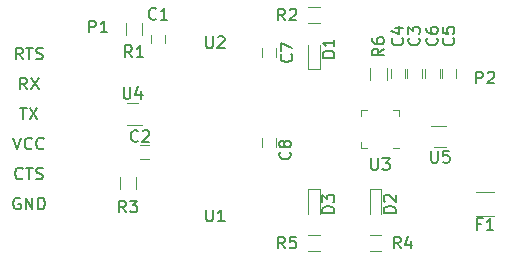
<source format=gbr>
G04 #@! TF.FileFunction,Legend,Top*
%FSLAX46Y46*%
G04 Gerber Fmt 4.6, Leading zero omitted, Abs format (unit mm)*
G04 Created by KiCad (PCBNEW 4.0.5+dfsg1-4~bpo8+1) date Mon Mar  5 20:33:18 2018*
%MOMM*%
%LPD*%
G01*
G04 APERTURE LIST*
%ADD10C,0.100000*%
%ADD11C,0.200000*%
%ADD12C,0.120000*%
%ADD13C,0.150000*%
G04 APERTURE END LIST*
D10*
D11*
X29845096Y-56650000D02*
X29749858Y-56602381D01*
X29607001Y-56602381D01*
X29464143Y-56650000D01*
X29368905Y-56745238D01*
X29321286Y-56840476D01*
X29273667Y-57030952D01*
X29273667Y-57173810D01*
X29321286Y-57364286D01*
X29368905Y-57459524D01*
X29464143Y-57554762D01*
X29607001Y-57602381D01*
X29702239Y-57602381D01*
X29845096Y-57554762D01*
X29892715Y-57507143D01*
X29892715Y-57173810D01*
X29702239Y-57173810D01*
X30321286Y-57602381D02*
X30321286Y-56602381D01*
X30892715Y-57602381D01*
X30892715Y-56602381D01*
X31368905Y-57602381D02*
X31368905Y-56602381D01*
X31607000Y-56602381D01*
X31749858Y-56650000D01*
X31845096Y-56745238D01*
X31892715Y-56840476D01*
X31940334Y-57030952D01*
X31940334Y-57173810D01*
X31892715Y-57364286D01*
X31845096Y-57459524D01*
X31749858Y-57554762D01*
X31607000Y-57602381D01*
X31368905Y-57602381D01*
X30059381Y-54967143D02*
X30011762Y-55014762D01*
X29868905Y-55062381D01*
X29773667Y-55062381D01*
X29630809Y-55014762D01*
X29535571Y-54919524D01*
X29487952Y-54824286D01*
X29440333Y-54633810D01*
X29440333Y-54490952D01*
X29487952Y-54300476D01*
X29535571Y-54205238D01*
X29630809Y-54110000D01*
X29773667Y-54062381D01*
X29868905Y-54062381D01*
X30011762Y-54110000D01*
X30059381Y-54157619D01*
X30345095Y-54062381D02*
X30916524Y-54062381D01*
X30630809Y-55062381D02*
X30630809Y-54062381D01*
X31202238Y-55014762D02*
X31345095Y-55062381D01*
X31583191Y-55062381D01*
X31678429Y-55014762D01*
X31726048Y-54967143D01*
X31773667Y-54871905D01*
X31773667Y-54776667D01*
X31726048Y-54681429D01*
X31678429Y-54633810D01*
X31583191Y-54586190D01*
X31392714Y-54538571D01*
X31297476Y-54490952D01*
X31249857Y-54443333D01*
X31202238Y-54348095D01*
X31202238Y-54252857D01*
X31249857Y-54157619D01*
X31297476Y-54110000D01*
X31392714Y-54062381D01*
X31630810Y-54062381D01*
X31773667Y-54110000D01*
X29273667Y-51522381D02*
X29607000Y-52522381D01*
X29940334Y-51522381D01*
X30845096Y-52427143D02*
X30797477Y-52474762D01*
X30654620Y-52522381D01*
X30559382Y-52522381D01*
X30416524Y-52474762D01*
X30321286Y-52379524D01*
X30273667Y-52284286D01*
X30226048Y-52093810D01*
X30226048Y-51950952D01*
X30273667Y-51760476D01*
X30321286Y-51665238D01*
X30416524Y-51570000D01*
X30559382Y-51522381D01*
X30654620Y-51522381D01*
X30797477Y-51570000D01*
X30845096Y-51617619D01*
X31845096Y-52427143D02*
X31797477Y-52474762D01*
X31654620Y-52522381D01*
X31559382Y-52522381D01*
X31416524Y-52474762D01*
X31321286Y-52379524D01*
X31273667Y-52284286D01*
X31226048Y-52093810D01*
X31226048Y-51950952D01*
X31273667Y-51760476D01*
X31321286Y-51665238D01*
X31416524Y-51570000D01*
X31559382Y-51522381D01*
X31654620Y-51522381D01*
X31797477Y-51570000D01*
X31845096Y-51617619D01*
X29845095Y-48982381D02*
X30416524Y-48982381D01*
X30130809Y-49982381D02*
X30130809Y-48982381D01*
X30654619Y-48982381D02*
X31321286Y-49982381D01*
X31321286Y-48982381D02*
X30654619Y-49982381D01*
X30440334Y-47442381D02*
X30107000Y-46966190D01*
X29868905Y-47442381D02*
X29868905Y-46442381D01*
X30249858Y-46442381D01*
X30345096Y-46490000D01*
X30392715Y-46537619D01*
X30440334Y-46632857D01*
X30440334Y-46775714D01*
X30392715Y-46870952D01*
X30345096Y-46918571D01*
X30249858Y-46966190D01*
X29868905Y-46966190D01*
X30773667Y-46442381D02*
X31440334Y-47442381D01*
X31440334Y-46442381D02*
X30773667Y-47442381D01*
X30059381Y-44902381D02*
X29726047Y-44426190D01*
X29487952Y-44902381D02*
X29487952Y-43902381D01*
X29868905Y-43902381D01*
X29964143Y-43950000D01*
X30011762Y-43997619D01*
X30059381Y-44092857D01*
X30059381Y-44235714D01*
X30011762Y-44330952D01*
X29964143Y-44378571D01*
X29868905Y-44426190D01*
X29487952Y-44426190D01*
X30345095Y-43902381D02*
X30916524Y-43902381D01*
X30630809Y-44902381D02*
X30630809Y-43902381D01*
X31202238Y-44854762D02*
X31345095Y-44902381D01*
X31583191Y-44902381D01*
X31678429Y-44854762D01*
X31726048Y-44807143D01*
X31773667Y-44711905D01*
X31773667Y-44616667D01*
X31726048Y-44521429D01*
X31678429Y-44473810D01*
X31583191Y-44426190D01*
X31392714Y-44378571D01*
X31297476Y-44330952D01*
X31249857Y-44283333D01*
X31202238Y-44188095D01*
X31202238Y-44092857D01*
X31249857Y-43997619D01*
X31297476Y-43950000D01*
X31392714Y-43902381D01*
X31630810Y-43902381D01*
X31773667Y-43950000D01*
D12*
X39669000Y-54872000D02*
X39669000Y-55872000D01*
X38309000Y-55872000D02*
X38309000Y-54872000D01*
X40024000Y-52105000D02*
X40724000Y-52105000D01*
X40724000Y-53305000D02*
X40024000Y-53305000D01*
X42129000Y-42830000D02*
X42129000Y-43530000D01*
X40929000Y-43530000D02*
X40929000Y-42830000D01*
D10*
X68415000Y-56150000D02*
X70015000Y-56150000D01*
X68415000Y-58150000D02*
X70015000Y-58150000D01*
D12*
X63846000Y-45751000D02*
X63846000Y-46451000D01*
X62646000Y-46451000D02*
X62646000Y-45751000D01*
X62449000Y-45751000D02*
X62449000Y-46451000D01*
X61249000Y-46451000D02*
X61249000Y-45751000D01*
X66767000Y-45751000D02*
X66767000Y-46451000D01*
X65567000Y-46451000D02*
X65567000Y-45751000D01*
X65370000Y-45751000D02*
X65370000Y-46451000D01*
X64170000Y-46451000D02*
X64170000Y-45751000D01*
X51527000Y-43973000D02*
X51527000Y-44673000D01*
X50327000Y-44673000D02*
X50327000Y-43973000D01*
X51527000Y-51593000D02*
X51527000Y-52293000D01*
X50327000Y-52293000D02*
X50327000Y-51593000D01*
X38817000Y-42791000D02*
X38817000Y-41791000D01*
X40177000Y-41791000D02*
X40177000Y-42791000D01*
X54237000Y-40468000D02*
X55237000Y-40468000D01*
X55237000Y-41828000D02*
X54237000Y-41828000D01*
X59444000Y-59772000D02*
X60444000Y-59772000D01*
X60444000Y-61132000D02*
X59444000Y-61132000D01*
X54237000Y-59772000D02*
X55237000Y-59772000D01*
X55237000Y-61132000D02*
X54237000Y-61132000D01*
X59518000Y-46601000D02*
X59518000Y-45601000D01*
X60878000Y-45601000D02*
X60878000Y-46601000D01*
X54237000Y-45750000D02*
X55237000Y-45750000D01*
X55237000Y-45750000D02*
X55237000Y-43650000D01*
X54237000Y-45750000D02*
X54237000Y-43650000D01*
X60444000Y-55850000D02*
X59444000Y-55850000D01*
X59444000Y-55850000D02*
X59444000Y-57950000D01*
X60444000Y-55850000D02*
X60444000Y-57950000D01*
X55237000Y-55850000D02*
X54237000Y-55850000D01*
X54237000Y-55850000D02*
X54237000Y-57950000D01*
X55237000Y-55850000D02*
X55237000Y-57950000D01*
D10*
X61425000Y-52400000D02*
X61925000Y-52400000D01*
X61925000Y-49200000D02*
X61925000Y-49700000D01*
X61425000Y-49200000D02*
X61925000Y-49200000D01*
X58725000Y-49200000D02*
X59225000Y-49200000D01*
X58725000Y-49700000D02*
X58725000Y-49200000D01*
X58725000Y-52400000D02*
X58725000Y-51900000D01*
X59225000Y-52400000D02*
X58725000Y-52400000D01*
X39870000Y-48630000D02*
X38870000Y-48630000D01*
X40170000Y-50430000D02*
X38870000Y-50430000D01*
X64905000Y-52335000D02*
X65905000Y-52335000D01*
X64605000Y-50535000D02*
X65905000Y-50535000D01*
D13*
X45593095Y-42942381D02*
X45593095Y-43751905D01*
X45640714Y-43847143D01*
X45688333Y-43894762D01*
X45783571Y-43942381D01*
X45974048Y-43942381D01*
X46069286Y-43894762D01*
X46116905Y-43847143D01*
X46164524Y-43751905D01*
X46164524Y-42942381D01*
X46593095Y-43037619D02*
X46640714Y-42990000D01*
X46735952Y-42942381D01*
X46974048Y-42942381D01*
X47069286Y-42990000D01*
X47116905Y-43037619D01*
X47164524Y-43132857D01*
X47164524Y-43228095D01*
X47116905Y-43370952D01*
X46545476Y-43942381D01*
X47164524Y-43942381D01*
X45593095Y-57618381D02*
X45593095Y-58427905D01*
X45640714Y-58523143D01*
X45688333Y-58570762D01*
X45783571Y-58618381D01*
X45974048Y-58618381D01*
X46069286Y-58570762D01*
X46116905Y-58523143D01*
X46164524Y-58427905D01*
X46164524Y-57618381D01*
X47164524Y-58618381D02*
X46593095Y-58618381D01*
X46878809Y-58618381D02*
X46878809Y-57618381D01*
X46783571Y-57761238D01*
X46688333Y-57856476D01*
X46593095Y-57904095D01*
X38822334Y-57856381D02*
X38489000Y-57380190D01*
X38250905Y-57856381D02*
X38250905Y-56856381D01*
X38631858Y-56856381D01*
X38727096Y-56904000D01*
X38774715Y-56951619D01*
X38822334Y-57046857D01*
X38822334Y-57189714D01*
X38774715Y-57284952D01*
X38727096Y-57332571D01*
X38631858Y-57380190D01*
X38250905Y-57380190D01*
X39155667Y-56856381D02*
X39774715Y-56856381D01*
X39441381Y-57237333D01*
X39584239Y-57237333D01*
X39679477Y-57284952D01*
X39727096Y-57332571D01*
X39774715Y-57427810D01*
X39774715Y-57665905D01*
X39727096Y-57761143D01*
X39679477Y-57808762D01*
X39584239Y-57856381D01*
X39298524Y-57856381D01*
X39203286Y-57808762D01*
X39155667Y-57761143D01*
X39838334Y-51792143D02*
X39790715Y-51839762D01*
X39647858Y-51887381D01*
X39552620Y-51887381D01*
X39409762Y-51839762D01*
X39314524Y-51744524D01*
X39266905Y-51649286D01*
X39219286Y-51458810D01*
X39219286Y-51315952D01*
X39266905Y-51125476D01*
X39314524Y-51030238D01*
X39409762Y-50935000D01*
X39552620Y-50887381D01*
X39647858Y-50887381D01*
X39790715Y-50935000D01*
X39838334Y-50982619D01*
X40219286Y-50982619D02*
X40266905Y-50935000D01*
X40362143Y-50887381D01*
X40600239Y-50887381D01*
X40695477Y-50935000D01*
X40743096Y-50982619D01*
X40790715Y-51077857D01*
X40790715Y-51173095D01*
X40743096Y-51315952D01*
X40171667Y-51887381D01*
X40790715Y-51887381D01*
X35710905Y-42616381D02*
X35710905Y-41616381D01*
X36091858Y-41616381D01*
X36187096Y-41664000D01*
X36234715Y-41711619D01*
X36282334Y-41806857D01*
X36282334Y-41949714D01*
X36234715Y-42044952D01*
X36187096Y-42092571D01*
X36091858Y-42140190D01*
X35710905Y-42140190D01*
X37234715Y-42616381D02*
X36663286Y-42616381D01*
X36949000Y-42616381D02*
X36949000Y-41616381D01*
X36853762Y-41759238D01*
X36758524Y-41854476D01*
X36663286Y-41902095D01*
X41362334Y-41441643D02*
X41314715Y-41489262D01*
X41171858Y-41536881D01*
X41076620Y-41536881D01*
X40933762Y-41489262D01*
X40838524Y-41394024D01*
X40790905Y-41298786D01*
X40743286Y-41108310D01*
X40743286Y-40965452D01*
X40790905Y-40774976D01*
X40838524Y-40679738D01*
X40933762Y-40584500D01*
X41076620Y-40536881D01*
X41171858Y-40536881D01*
X41314715Y-40584500D01*
X41362334Y-40632119D01*
X42314715Y-41536881D02*
X41743286Y-41536881D01*
X42029000Y-41536881D02*
X42029000Y-40536881D01*
X41933762Y-40679738D01*
X41838524Y-40774976D01*
X41743286Y-40822595D01*
X68881667Y-58828571D02*
X68548333Y-58828571D01*
X68548333Y-59352381D02*
X68548333Y-58352381D01*
X69024524Y-58352381D01*
X69929286Y-59352381D02*
X69357857Y-59352381D01*
X69643571Y-59352381D02*
X69643571Y-58352381D01*
X69548333Y-58495238D01*
X69453095Y-58590476D01*
X69357857Y-58638095D01*
X63603143Y-43092666D02*
X63650762Y-43140285D01*
X63698381Y-43283142D01*
X63698381Y-43378380D01*
X63650762Y-43521238D01*
X63555524Y-43616476D01*
X63460286Y-43664095D01*
X63269810Y-43711714D01*
X63126952Y-43711714D01*
X62936476Y-43664095D01*
X62841238Y-43616476D01*
X62746000Y-43521238D01*
X62698381Y-43378380D01*
X62698381Y-43283142D01*
X62746000Y-43140285D01*
X62793619Y-43092666D01*
X62698381Y-42759333D02*
X62698381Y-42140285D01*
X63079333Y-42473619D01*
X63079333Y-42330761D01*
X63126952Y-42235523D01*
X63174571Y-42187904D01*
X63269810Y-42140285D01*
X63507905Y-42140285D01*
X63603143Y-42187904D01*
X63650762Y-42235523D01*
X63698381Y-42330761D01*
X63698381Y-42616476D01*
X63650762Y-42711714D01*
X63603143Y-42759333D01*
X62206143Y-43092666D02*
X62253762Y-43140285D01*
X62301381Y-43283142D01*
X62301381Y-43378380D01*
X62253762Y-43521238D01*
X62158524Y-43616476D01*
X62063286Y-43664095D01*
X61872810Y-43711714D01*
X61729952Y-43711714D01*
X61539476Y-43664095D01*
X61444238Y-43616476D01*
X61349000Y-43521238D01*
X61301381Y-43378380D01*
X61301381Y-43283142D01*
X61349000Y-43140285D01*
X61396619Y-43092666D01*
X61634714Y-42235523D02*
X62301381Y-42235523D01*
X61253762Y-42473619D02*
X61968048Y-42711714D01*
X61968048Y-42092666D01*
X66524143Y-43092666D02*
X66571762Y-43140285D01*
X66619381Y-43283142D01*
X66619381Y-43378380D01*
X66571762Y-43521238D01*
X66476524Y-43616476D01*
X66381286Y-43664095D01*
X66190810Y-43711714D01*
X66047952Y-43711714D01*
X65857476Y-43664095D01*
X65762238Y-43616476D01*
X65667000Y-43521238D01*
X65619381Y-43378380D01*
X65619381Y-43283142D01*
X65667000Y-43140285D01*
X65714619Y-43092666D01*
X65619381Y-42187904D02*
X65619381Y-42664095D01*
X66095571Y-42711714D01*
X66047952Y-42664095D01*
X66000333Y-42568857D01*
X66000333Y-42330761D01*
X66047952Y-42235523D01*
X66095571Y-42187904D01*
X66190810Y-42140285D01*
X66428905Y-42140285D01*
X66524143Y-42187904D01*
X66571762Y-42235523D01*
X66619381Y-42330761D01*
X66619381Y-42568857D01*
X66571762Y-42664095D01*
X66524143Y-42711714D01*
X65127143Y-43092666D02*
X65174762Y-43140285D01*
X65222381Y-43283142D01*
X65222381Y-43378380D01*
X65174762Y-43521238D01*
X65079524Y-43616476D01*
X64984286Y-43664095D01*
X64793810Y-43711714D01*
X64650952Y-43711714D01*
X64460476Y-43664095D01*
X64365238Y-43616476D01*
X64270000Y-43521238D01*
X64222381Y-43378380D01*
X64222381Y-43283142D01*
X64270000Y-43140285D01*
X64317619Y-43092666D01*
X64222381Y-42235523D02*
X64222381Y-42426000D01*
X64270000Y-42521238D01*
X64317619Y-42568857D01*
X64460476Y-42664095D01*
X64650952Y-42711714D01*
X65031905Y-42711714D01*
X65127143Y-42664095D01*
X65174762Y-42616476D01*
X65222381Y-42521238D01*
X65222381Y-42330761D01*
X65174762Y-42235523D01*
X65127143Y-42187904D01*
X65031905Y-42140285D01*
X64793810Y-42140285D01*
X64698571Y-42187904D01*
X64650952Y-42235523D01*
X64603333Y-42330761D01*
X64603333Y-42521238D01*
X64650952Y-42616476D01*
X64698571Y-42664095D01*
X64793810Y-42711714D01*
X52808143Y-44477666D02*
X52855762Y-44525285D01*
X52903381Y-44668142D01*
X52903381Y-44763380D01*
X52855762Y-44906238D01*
X52760524Y-45001476D01*
X52665286Y-45049095D01*
X52474810Y-45096714D01*
X52331952Y-45096714D01*
X52141476Y-45049095D01*
X52046238Y-45001476D01*
X51951000Y-44906238D01*
X51903381Y-44763380D01*
X51903381Y-44668142D01*
X51951000Y-44525285D01*
X51998619Y-44477666D01*
X51903381Y-44144333D02*
X51903381Y-43477666D01*
X52903381Y-43906238D01*
X52681143Y-52732666D02*
X52728762Y-52780285D01*
X52776381Y-52923142D01*
X52776381Y-53018380D01*
X52728762Y-53161238D01*
X52633524Y-53256476D01*
X52538286Y-53304095D01*
X52347810Y-53351714D01*
X52204952Y-53351714D01*
X52014476Y-53304095D01*
X51919238Y-53256476D01*
X51824000Y-53161238D01*
X51776381Y-53018380D01*
X51776381Y-52923142D01*
X51824000Y-52780285D01*
X51871619Y-52732666D01*
X52204952Y-52161238D02*
X52157333Y-52256476D01*
X52109714Y-52304095D01*
X52014476Y-52351714D01*
X51966857Y-52351714D01*
X51871619Y-52304095D01*
X51824000Y-52256476D01*
X51776381Y-52161238D01*
X51776381Y-51970761D01*
X51824000Y-51875523D01*
X51871619Y-51827904D01*
X51966857Y-51780285D01*
X52014476Y-51780285D01*
X52109714Y-51827904D01*
X52157333Y-51875523D01*
X52204952Y-51970761D01*
X52204952Y-52161238D01*
X52252571Y-52256476D01*
X52300190Y-52304095D01*
X52395429Y-52351714D01*
X52585905Y-52351714D01*
X52681143Y-52304095D01*
X52728762Y-52256476D01*
X52776381Y-52161238D01*
X52776381Y-51970761D01*
X52728762Y-51875523D01*
X52681143Y-51827904D01*
X52585905Y-51780285D01*
X52395429Y-51780285D01*
X52300190Y-51827904D01*
X52252571Y-51875523D01*
X52204952Y-51970761D01*
X39330334Y-44711881D02*
X38997000Y-44235690D01*
X38758905Y-44711881D02*
X38758905Y-43711881D01*
X39139858Y-43711881D01*
X39235096Y-43759500D01*
X39282715Y-43807119D01*
X39330334Y-43902357D01*
X39330334Y-44045214D01*
X39282715Y-44140452D01*
X39235096Y-44188071D01*
X39139858Y-44235690D01*
X38758905Y-44235690D01*
X40282715Y-44711881D02*
X39711286Y-44711881D01*
X39997000Y-44711881D02*
X39997000Y-43711881D01*
X39901762Y-43854738D01*
X39806524Y-43949976D01*
X39711286Y-43997595D01*
X52284334Y-41600381D02*
X51951000Y-41124190D01*
X51712905Y-41600381D02*
X51712905Y-40600381D01*
X52093858Y-40600381D01*
X52189096Y-40648000D01*
X52236715Y-40695619D01*
X52284334Y-40790857D01*
X52284334Y-40933714D01*
X52236715Y-41028952D01*
X52189096Y-41076571D01*
X52093858Y-41124190D01*
X51712905Y-41124190D01*
X52665286Y-40695619D02*
X52712905Y-40648000D01*
X52808143Y-40600381D01*
X53046239Y-40600381D01*
X53141477Y-40648000D01*
X53189096Y-40695619D01*
X53236715Y-40790857D01*
X53236715Y-40886095D01*
X53189096Y-41028952D01*
X52617667Y-41600381D01*
X53236715Y-41600381D01*
X62063334Y-60904381D02*
X61730000Y-60428190D01*
X61491905Y-60904381D02*
X61491905Y-59904381D01*
X61872858Y-59904381D01*
X61968096Y-59952000D01*
X62015715Y-59999619D01*
X62063334Y-60094857D01*
X62063334Y-60237714D01*
X62015715Y-60332952D01*
X61968096Y-60380571D01*
X61872858Y-60428190D01*
X61491905Y-60428190D01*
X62920477Y-60237714D02*
X62920477Y-60904381D01*
X62682381Y-59856762D02*
X62444286Y-60571048D01*
X63063334Y-60571048D01*
X52284334Y-60904381D02*
X51951000Y-60428190D01*
X51712905Y-60904381D02*
X51712905Y-59904381D01*
X52093858Y-59904381D01*
X52189096Y-59952000D01*
X52236715Y-59999619D01*
X52284334Y-60094857D01*
X52284334Y-60237714D01*
X52236715Y-60332952D01*
X52189096Y-60380571D01*
X52093858Y-60428190D01*
X51712905Y-60428190D01*
X53189096Y-59904381D02*
X52712905Y-59904381D01*
X52665286Y-60380571D01*
X52712905Y-60332952D01*
X52808143Y-60285333D01*
X53046239Y-60285333D01*
X53141477Y-60332952D01*
X53189096Y-60380571D01*
X53236715Y-60475810D01*
X53236715Y-60713905D01*
X53189096Y-60809143D01*
X53141477Y-60856762D01*
X53046239Y-60904381D01*
X52808143Y-60904381D01*
X52712905Y-60856762D01*
X52665286Y-60809143D01*
X60650381Y-43981666D02*
X60174190Y-44315000D01*
X60650381Y-44553095D02*
X59650381Y-44553095D01*
X59650381Y-44172142D01*
X59698000Y-44076904D01*
X59745619Y-44029285D01*
X59840857Y-43981666D01*
X59983714Y-43981666D01*
X60078952Y-44029285D01*
X60126571Y-44076904D01*
X60174190Y-44172142D01*
X60174190Y-44553095D01*
X59650381Y-43124523D02*
X59650381Y-43315000D01*
X59698000Y-43410238D01*
X59745619Y-43457857D01*
X59888476Y-43553095D01*
X60078952Y-43600714D01*
X60459905Y-43600714D01*
X60555143Y-43553095D01*
X60602762Y-43505476D01*
X60650381Y-43410238D01*
X60650381Y-43219761D01*
X60602762Y-43124523D01*
X60555143Y-43076904D01*
X60459905Y-43029285D01*
X60221810Y-43029285D01*
X60126571Y-43076904D01*
X60078952Y-43124523D01*
X60031333Y-43219761D01*
X60031333Y-43410238D01*
X60078952Y-43505476D01*
X60126571Y-43553095D01*
X60221810Y-43600714D01*
X56459381Y-44743595D02*
X55459381Y-44743595D01*
X55459381Y-44505500D01*
X55507000Y-44362642D01*
X55602238Y-44267404D01*
X55697476Y-44219785D01*
X55887952Y-44172166D01*
X56030810Y-44172166D01*
X56221286Y-44219785D01*
X56316524Y-44267404D01*
X56411762Y-44362642D01*
X56459381Y-44505500D01*
X56459381Y-44743595D01*
X56459381Y-43219785D02*
X56459381Y-43791214D01*
X56459381Y-43505500D02*
X55459381Y-43505500D01*
X55602238Y-43600738D01*
X55697476Y-43695976D01*
X55745095Y-43791214D01*
X61646381Y-57888095D02*
X60646381Y-57888095D01*
X60646381Y-57650000D01*
X60694000Y-57507142D01*
X60789238Y-57411904D01*
X60884476Y-57364285D01*
X61074952Y-57316666D01*
X61217810Y-57316666D01*
X61408286Y-57364285D01*
X61503524Y-57411904D01*
X61598762Y-57507142D01*
X61646381Y-57650000D01*
X61646381Y-57888095D01*
X60741619Y-56935714D02*
X60694000Y-56888095D01*
X60646381Y-56792857D01*
X60646381Y-56554761D01*
X60694000Y-56459523D01*
X60741619Y-56411904D01*
X60836857Y-56364285D01*
X60932095Y-56364285D01*
X61074952Y-56411904D01*
X61646381Y-56983333D01*
X61646381Y-56364285D01*
X56439381Y-57888095D02*
X55439381Y-57888095D01*
X55439381Y-57650000D01*
X55487000Y-57507142D01*
X55582238Y-57411904D01*
X55677476Y-57364285D01*
X55867952Y-57316666D01*
X56010810Y-57316666D01*
X56201286Y-57364285D01*
X56296524Y-57411904D01*
X56391762Y-57507142D01*
X56439381Y-57650000D01*
X56439381Y-57888095D01*
X55439381Y-56983333D02*
X55439381Y-56364285D01*
X55820333Y-56697619D01*
X55820333Y-56554761D01*
X55867952Y-56459523D01*
X55915571Y-56411904D01*
X56010810Y-56364285D01*
X56248905Y-56364285D01*
X56344143Y-56411904D01*
X56391762Y-56459523D01*
X56439381Y-56554761D01*
X56439381Y-56840476D01*
X56391762Y-56935714D01*
X56344143Y-56983333D01*
X68476905Y-46934381D02*
X68476905Y-45934381D01*
X68857858Y-45934381D01*
X68953096Y-45982000D01*
X69000715Y-46029619D01*
X69048334Y-46124857D01*
X69048334Y-46267714D01*
X69000715Y-46362952D01*
X68953096Y-46410571D01*
X68857858Y-46458190D01*
X68476905Y-46458190D01*
X69429286Y-46029619D02*
X69476905Y-45982000D01*
X69572143Y-45934381D01*
X69810239Y-45934381D01*
X69905477Y-45982000D01*
X69953096Y-46029619D01*
X70000715Y-46124857D01*
X70000715Y-46220095D01*
X69953096Y-46362952D01*
X69381667Y-46934381D01*
X70000715Y-46934381D01*
X59563095Y-53252381D02*
X59563095Y-54061905D01*
X59610714Y-54157143D01*
X59658333Y-54204762D01*
X59753571Y-54252381D01*
X59944048Y-54252381D01*
X60039286Y-54204762D01*
X60086905Y-54157143D01*
X60134524Y-54061905D01*
X60134524Y-53252381D01*
X60515476Y-53252381D02*
X61134524Y-53252381D01*
X60801190Y-53633333D01*
X60944048Y-53633333D01*
X61039286Y-53680952D01*
X61086905Y-53728571D01*
X61134524Y-53823810D01*
X61134524Y-54061905D01*
X61086905Y-54157143D01*
X61039286Y-54204762D01*
X60944048Y-54252381D01*
X60658333Y-54252381D01*
X60563095Y-54204762D01*
X60515476Y-54157143D01*
X38608095Y-47232381D02*
X38608095Y-48041905D01*
X38655714Y-48137143D01*
X38703333Y-48184762D01*
X38798571Y-48232381D01*
X38989048Y-48232381D01*
X39084286Y-48184762D01*
X39131905Y-48137143D01*
X39179524Y-48041905D01*
X39179524Y-47232381D01*
X40084286Y-47565714D02*
X40084286Y-48232381D01*
X39846190Y-47184762D02*
X39608095Y-47899048D01*
X40227143Y-47899048D01*
X64643095Y-52637381D02*
X64643095Y-53446905D01*
X64690714Y-53542143D01*
X64738333Y-53589762D01*
X64833571Y-53637381D01*
X65024048Y-53637381D01*
X65119286Y-53589762D01*
X65166905Y-53542143D01*
X65214524Y-53446905D01*
X65214524Y-52637381D01*
X66166905Y-52637381D02*
X65690714Y-52637381D01*
X65643095Y-53113571D01*
X65690714Y-53065952D01*
X65785952Y-53018333D01*
X66024048Y-53018333D01*
X66119286Y-53065952D01*
X66166905Y-53113571D01*
X66214524Y-53208810D01*
X66214524Y-53446905D01*
X66166905Y-53542143D01*
X66119286Y-53589762D01*
X66024048Y-53637381D01*
X65785952Y-53637381D01*
X65690714Y-53589762D01*
X65643095Y-53542143D01*
M02*

</source>
